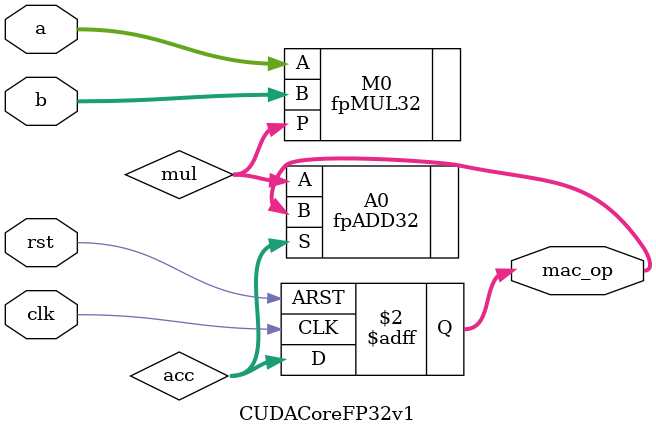
<source format=v>
`include "fpMUL32.v"
`include "fpADD32.v"

module CUDACoreFP32v1 (
    input clk, rst,
    input [31:0] a, b,
    output reg [31:0] mac_op
);
    wire [31:0] mul, acc;
    fpMUL32 M0(.A(a), .B(b), .P(mul));
    fpADD32 A0(.A(mul), .B(mac_op), .S(acc));

    always @(posedge clk or posedge rst) begin
        if(rst)
            mac_op <= 32'd0;
        else
            mac_op <= acc;
    end
endmodule

</source>
